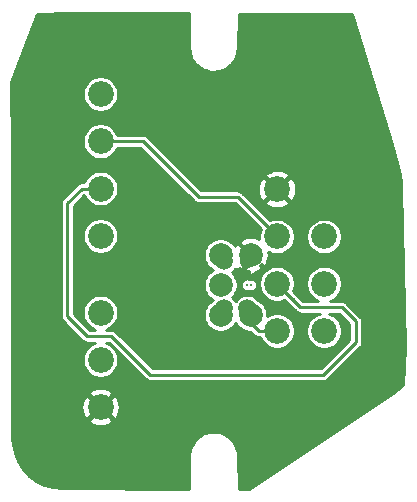
<source format=gbl>
G04 #@! TF.GenerationSoftware,KiCad,Pcbnew,(5.1.5-0-10_14)*
G04 #@! TF.CreationDate,2020-11-03T15:19:47-05:00*
G04 #@! TF.ProjectId,FC_Rear_Port_1P,46435f52-6561-4725-9f50-6f72745f3150,rev?*
G04 #@! TF.SameCoordinates,Original*
G04 #@! TF.FileFunction,Copper,L2,Bot*
G04 #@! TF.FilePolarity,Positive*
%FSLAX46Y46*%
G04 Gerber Fmt 4.6, Leading zero omitted, Abs format (unit mm)*
G04 Created by KiCad (PCBNEW (5.1.5-0-10_14)) date 2020-11-03 15:19:47*
%MOMM*%
%LPD*%
G04 APERTURE LIST*
%ADD10C,1.300000*%
%ADD11C,0.250000*%
%ADD12C,1.500000*%
%ADD13C,2.180000*%
%ADD14C,2.000000*%
%ADD15C,0.800000*%
%ADD16C,0.400000*%
%ADD17C,0.250000*%
G04 APERTURE END LIST*
D10*
X157970000Y-98870000D03*
D11*
X157970000Y-100870000D03*
D12*
X157970000Y-102870000D03*
X155970000Y-102870000D03*
X155970000Y-100870000D03*
X155970000Y-98870000D03*
D13*
X160480000Y-92770000D03*
X160480000Y-96770000D03*
X160480000Y-100770000D03*
X160480000Y-104770000D03*
X164480000Y-104770000D03*
X164480000Y-100770000D03*
X164480000Y-96770000D03*
X145540000Y-84720000D03*
X145540000Y-88720000D03*
X145540000Y-92720000D03*
X145540000Y-96720000D03*
X145540000Y-103220000D03*
X145540000Y-107220000D03*
X145540000Y-111220000D03*
D14*
X158240000Y-98330000D03*
D11*
X158240000Y-100870000D03*
D14*
X158240000Y-103410000D03*
X155700000Y-103410000D03*
X155700000Y-100870000D03*
X155700000Y-98330000D03*
D15*
X157703520Y-92168980D03*
X156921200Y-95001080D03*
X163192460Y-93047820D03*
X165961060Y-93047820D03*
X151157940Y-107147360D03*
X156867860Y-107147360D03*
X162577780Y-107147360D03*
X162577780Y-110048040D03*
X156846270Y-110048040D03*
X151114760Y-110048040D03*
X144129760Y-101173280D03*
X144129760Y-94716600D03*
X141361160Y-94716600D03*
X141361160Y-101173280D03*
X153309320Y-90850720D03*
X149004020Y-86898480D03*
X151465280Y-84701380D03*
X155417520Y-88567260D03*
X153484580Y-104556560D03*
X151597360Y-100647500D03*
X147424140Y-99065080D03*
X148653500Y-93705680D03*
X150982680Y-92125800D03*
X153266140Y-98582480D03*
X170441620Y-97307400D03*
X170484800Y-100779580D03*
X170484800Y-104206040D03*
X167236140Y-111320580D03*
X164378640Y-113210340D03*
X161787840Y-115097560D03*
X138681460Y-94673420D03*
X138595100Y-97967800D03*
X138595100Y-101262180D03*
D16*
X158889238Y-98870000D02*
X157970000Y-98870000D01*
X158240000Y-98330000D02*
X158240000Y-98653060D01*
X158240000Y-98653060D02*
X157896560Y-98996500D01*
X157970000Y-99138960D02*
X157970000Y-98870000D01*
X158023560Y-99766120D02*
X157716220Y-99766120D01*
X157660340Y-99448620D02*
X157970000Y-99138960D01*
X157660340Y-99672140D02*
X157660340Y-99448620D01*
X157596840Y-99885500D02*
X157660340Y-99672140D01*
X157716220Y-99766120D02*
X157596840Y-99885500D01*
X157716220Y-99766120D02*
X157568900Y-99766120D01*
D17*
X153850000Y-93430000D02*
X149140000Y-88720000D01*
X149140000Y-88720000D02*
X145540000Y-88720000D01*
X157140000Y-93430000D02*
X153850000Y-93430000D01*
X160480000Y-96770000D02*
X157140000Y-93430000D01*
X160480000Y-100770000D02*
X161895001Y-102185001D01*
X143940000Y-92720000D02*
X145540000Y-92720000D01*
X142720000Y-93940000D02*
X143940000Y-92720000D01*
X144406960Y-105216960D02*
X142720000Y-103530000D01*
X146466960Y-105216960D02*
X144406960Y-105216960D01*
X149740000Y-108490000D02*
X146466960Y-105216960D01*
X162460000Y-102750000D02*
X165950000Y-102750000D01*
X160480000Y-100770000D02*
X162460000Y-102750000D01*
X167160000Y-105730000D02*
X164400000Y-108490000D01*
X165950000Y-102750000D02*
X167160000Y-103960000D01*
X167160000Y-103960000D02*
X167160000Y-105730000D01*
X142720000Y-103530000D02*
X142720000Y-93940000D01*
X164400000Y-108490000D02*
X149740000Y-108490000D01*
X158240000Y-104071492D02*
X158240000Y-103945001D01*
X158938508Y-104770000D02*
X158240000Y-104071492D01*
X160480000Y-104770000D02*
X158938508Y-104770000D01*
G36*
X153051849Y-80832395D02*
G01*
X153053570Y-80847819D01*
X153054057Y-80852447D01*
X153090143Y-81174165D01*
X153097670Y-81209579D01*
X153104722Y-81245192D01*
X153106374Y-81250528D01*
X153204263Y-81559111D01*
X153218547Y-81592438D01*
X153232360Y-81625950D01*
X153235016Y-81630863D01*
X153390977Y-81914556D01*
X153411475Y-81944492D01*
X153431522Y-81974666D01*
X153435082Y-81978970D01*
X153643176Y-82226967D01*
X153669080Y-82252333D01*
X153694625Y-82278057D01*
X153698953Y-82281587D01*
X153951253Y-82484441D01*
X153981588Y-82504292D01*
X154011644Y-82524565D01*
X154016568Y-82527183D01*
X154016576Y-82527188D01*
X154016584Y-82527191D01*
X154303473Y-82677173D01*
X154337095Y-82690757D01*
X154370508Y-82704803D01*
X154375855Y-82706418D01*
X154686419Y-82797822D01*
X154722035Y-82804616D01*
X154757543Y-82811905D01*
X154763102Y-82812450D01*
X155085505Y-82841792D01*
X155121759Y-82841539D01*
X155158013Y-82841792D01*
X155163572Y-82841247D01*
X155485535Y-82807407D01*
X155521054Y-82800116D01*
X155556661Y-82793323D01*
X155562008Y-82791709D01*
X155871266Y-82695977D01*
X155904659Y-82681940D01*
X155938300Y-82668348D01*
X155943231Y-82665726D01*
X156228006Y-82511749D01*
X156258057Y-82491479D01*
X156288398Y-82471624D01*
X156292726Y-82468094D01*
X156542169Y-82261737D01*
X156567714Y-82236013D01*
X156593618Y-82210647D01*
X156597178Y-82206344D01*
X156801789Y-81955465D01*
X156821847Y-81925276D01*
X156842333Y-81895356D01*
X156844990Y-81890443D01*
X156996976Y-81604601D01*
X157010792Y-81571079D01*
X157025073Y-81537759D01*
X157026725Y-81532424D01*
X157120295Y-81222505D01*
X157127342Y-81186913D01*
X157134874Y-81151479D01*
X157135458Y-81145925D01*
X157166466Y-80829676D01*
X157168203Y-80816151D01*
X157253682Y-77923113D01*
X166852383Y-77917511D01*
X170153733Y-88678064D01*
X170830002Y-91185560D01*
X170990115Y-92201094D01*
X171012174Y-92601513D01*
X171349439Y-106145352D01*
X171169919Y-109321666D01*
X170337557Y-109988844D01*
X158085796Y-118118940D01*
X157227547Y-118118940D01*
X157175990Y-115316938D01*
X157174270Y-115302247D01*
X157148297Y-115022162D01*
X157141874Y-114988799D01*
X157136295Y-114955265D01*
X157134808Y-114949882D01*
X157046423Y-114638470D01*
X157033161Y-114604707D01*
X157020385Y-114570799D01*
X157017881Y-114565807D01*
X156870692Y-114277494D01*
X156851140Y-114246974D01*
X156832007Y-114216170D01*
X156828584Y-114211765D01*
X156828580Y-114211759D01*
X156828576Y-114211754D01*
X156628194Y-113957526D01*
X156603092Y-113931391D01*
X156578335Y-113904884D01*
X156574117Y-113901223D01*
X156328166Y-113690753D01*
X156298467Y-113669992D01*
X156269032Y-113648798D01*
X156264183Y-113646026D01*
X155982036Y-113487336D01*
X155948862Y-113472736D01*
X155915878Y-113457666D01*
X155910583Y-113455889D01*
X155602988Y-113355024D01*
X155567602Y-113347143D01*
X155532327Y-113338769D01*
X155526788Y-113338054D01*
X155205458Y-113298856D01*
X155169196Y-113297998D01*
X155132987Y-113296636D01*
X155127414Y-113297010D01*
X155127412Y-113297010D01*
X154804590Y-113320971D01*
X154768831Y-113327176D01*
X154733066Y-113332870D01*
X154727681Y-113334318D01*
X154727673Y-113334319D01*
X154727666Y-113334322D01*
X154415651Y-113420528D01*
X154381777Y-113433561D01*
X154347800Y-113446093D01*
X154342800Y-113448558D01*
X154342791Y-113448562D01*
X154342783Y-113448567D01*
X154053457Y-113593736D01*
X154022794Y-113613079D01*
X153991866Y-113631991D01*
X153987431Y-113635386D01*
X153731804Y-113833992D01*
X153705452Y-113858951D01*
X153678816Y-113883483D01*
X153675125Y-113887675D01*
X153462943Y-114132151D01*
X153441950Y-114161740D01*
X153420577Y-114190991D01*
X153417771Y-114195820D01*
X153257115Y-114476853D01*
X153242261Y-114509973D01*
X153226984Y-114542802D01*
X153225173Y-114548074D01*
X153225169Y-114548084D01*
X153225167Y-114548093D01*
X153122160Y-114854969D01*
X153114029Y-114890315D01*
X153105412Y-114925515D01*
X153104658Y-114931049D01*
X153067936Y-115215543D01*
X153067158Y-115217955D01*
X153060336Y-115276611D01*
X153010299Y-118115773D01*
X142271367Y-118098650D01*
X141493182Y-118027145D01*
X140759104Y-117820113D01*
X140075044Y-117482773D01*
X139463913Y-117026421D01*
X138946183Y-116466342D01*
X138539186Y-115821291D01*
X138256555Y-115112871D01*
X138106214Y-114357059D01*
X138083208Y-113918076D01*
X138078536Y-112326394D01*
X144539672Y-112326394D01*
X144647829Y-112575565D01*
X144929430Y-112723571D01*
X145234494Y-112813797D01*
X145551298Y-112842773D01*
X145867669Y-112809388D01*
X146171447Y-112714923D01*
X146432171Y-112575565D01*
X146540328Y-112326394D01*
X145540000Y-111326066D01*
X144539672Y-112326394D01*
X138078536Y-112326394D01*
X138075320Y-111231298D01*
X143917227Y-111231298D01*
X143950612Y-111547669D01*
X144045077Y-111851447D01*
X144184435Y-112112171D01*
X144433606Y-112220328D01*
X145433934Y-111220000D01*
X145646066Y-111220000D01*
X146646394Y-112220328D01*
X146895565Y-112112171D01*
X147043571Y-111830570D01*
X147133797Y-111525506D01*
X147162773Y-111208702D01*
X147129388Y-110892331D01*
X147034923Y-110588553D01*
X146895565Y-110327829D01*
X146646394Y-110219672D01*
X145646066Y-111220000D01*
X145433934Y-111220000D01*
X144433606Y-110219672D01*
X144184435Y-110327829D01*
X144036429Y-110609430D01*
X143946203Y-110914494D01*
X143917227Y-111231298D01*
X138075320Y-111231298D01*
X138072039Y-110113606D01*
X144539672Y-110113606D01*
X145540000Y-111113934D01*
X146540328Y-110113606D01*
X146432171Y-109864435D01*
X146150570Y-109716429D01*
X145845506Y-109626203D01*
X145528702Y-109597227D01*
X145212331Y-109630612D01*
X144908553Y-109725077D01*
X144647829Y-109864435D01*
X144539672Y-110113606D01*
X138072039Y-110113606D01*
X138024553Y-93940000D01*
X142167340Y-93940000D01*
X142170001Y-93967018D01*
X142170000Y-103502992D01*
X142167340Y-103530000D01*
X142170000Y-103557008D01*
X142170000Y-103557017D01*
X142177958Y-103637818D01*
X142209408Y-103741493D01*
X142260479Y-103837042D01*
X142329210Y-103920790D01*
X142350196Y-103938013D01*
X143998947Y-105586764D01*
X144016170Y-105607750D01*
X144037156Y-105624973D01*
X144099918Y-105676481D01*
X144195465Y-105727552D01*
X144292601Y-105757018D01*
X144299141Y-105759002D01*
X144379942Y-105766960D01*
X144379949Y-105766960D01*
X144406960Y-105769620D01*
X144433971Y-105766960D01*
X145089064Y-105766960D01*
X144822379Y-105877425D01*
X144574244Y-106043223D01*
X144363223Y-106254244D01*
X144197425Y-106502379D01*
X144083221Y-106778091D01*
X144025000Y-107070786D01*
X144025000Y-107369214D01*
X144083221Y-107661909D01*
X144197425Y-107937621D01*
X144363223Y-108185756D01*
X144574244Y-108396777D01*
X144822379Y-108562575D01*
X145098091Y-108676779D01*
X145390786Y-108735000D01*
X145689214Y-108735000D01*
X145981909Y-108676779D01*
X146257621Y-108562575D01*
X146505756Y-108396777D01*
X146716777Y-108185756D01*
X146882575Y-107937621D01*
X146996779Y-107661909D01*
X147055000Y-107369214D01*
X147055000Y-107070786D01*
X146996779Y-106778091D01*
X146882575Y-106502379D01*
X146716777Y-106254244D01*
X146505756Y-106043223D01*
X146257621Y-105877425D01*
X145990936Y-105766960D01*
X146239143Y-105766960D01*
X149331987Y-108859804D01*
X149349210Y-108880790D01*
X149432958Y-108949521D01*
X149528506Y-109000592D01*
X149632181Y-109032042D01*
X149712982Y-109040000D01*
X149712989Y-109040000D01*
X149740000Y-109042660D01*
X149767011Y-109040000D01*
X164372992Y-109040000D01*
X164400000Y-109042660D01*
X164427008Y-109040000D01*
X164427018Y-109040000D01*
X164507819Y-109032042D01*
X164611494Y-109000592D01*
X164707042Y-108949521D01*
X164790790Y-108880790D01*
X164808013Y-108859804D01*
X167529810Y-106138008D01*
X167550790Y-106120790D01*
X167568008Y-106099810D01*
X167568013Y-106099805D01*
X167619520Y-106037043D01*
X167651529Y-105977158D01*
X167670592Y-105941494D01*
X167702042Y-105837819D01*
X167710000Y-105757018D01*
X167710000Y-105757009D01*
X167712660Y-105730001D01*
X167710000Y-105702993D01*
X167710000Y-103987007D01*
X167712660Y-103959999D01*
X167710000Y-103932991D01*
X167710000Y-103932982D01*
X167702042Y-103852181D01*
X167670592Y-103748506D01*
X167619521Y-103652958D01*
X167610607Y-103642097D01*
X167568013Y-103590195D01*
X167568008Y-103590190D01*
X167550790Y-103569210D01*
X167529810Y-103551992D01*
X166358012Y-102380195D01*
X166340790Y-102359210D01*
X166257042Y-102290479D01*
X166161494Y-102239408D01*
X166057819Y-102207958D01*
X165977018Y-102200000D01*
X165977008Y-102200000D01*
X165950000Y-102197340D01*
X165922992Y-102200000D01*
X164986559Y-102200000D01*
X165197621Y-102112575D01*
X165445756Y-101946777D01*
X165656777Y-101735756D01*
X165822575Y-101487621D01*
X165936779Y-101211909D01*
X165995000Y-100919214D01*
X165995000Y-100620786D01*
X165936779Y-100328091D01*
X165822575Y-100052379D01*
X165656777Y-99804244D01*
X165445756Y-99593223D01*
X165197621Y-99427425D01*
X164921909Y-99313221D01*
X164629214Y-99255000D01*
X164330786Y-99255000D01*
X164038091Y-99313221D01*
X163762379Y-99427425D01*
X163514244Y-99593223D01*
X163303223Y-99804244D01*
X163137425Y-100052379D01*
X163023221Y-100328091D01*
X162965000Y-100620786D01*
X162965000Y-100919214D01*
X163023221Y-101211909D01*
X163137425Y-101487621D01*
X163303223Y-101735756D01*
X163514244Y-101946777D01*
X163762379Y-102112575D01*
X163973441Y-102200000D01*
X162687818Y-102200000D01*
X161867348Y-101379530D01*
X161936779Y-101211909D01*
X161995000Y-100919214D01*
X161995000Y-100620786D01*
X161936779Y-100328091D01*
X161822575Y-100052379D01*
X161656777Y-99804244D01*
X161445756Y-99593223D01*
X161197621Y-99427425D01*
X160921909Y-99313221D01*
X160629214Y-99255000D01*
X160330786Y-99255000D01*
X160038091Y-99313221D01*
X159762379Y-99427425D01*
X159514244Y-99593223D01*
X159303223Y-99804244D01*
X159137425Y-100052379D01*
X159023221Y-100328091D01*
X158965000Y-100620786D01*
X158965000Y-100919214D01*
X159023221Y-101211909D01*
X159137425Y-101487621D01*
X159303223Y-101735756D01*
X159514244Y-101946777D01*
X159762379Y-102112575D01*
X160038091Y-102226779D01*
X160330786Y-102285000D01*
X160629214Y-102285000D01*
X160921909Y-102226779D01*
X161089530Y-102157348D01*
X162051992Y-103119810D01*
X162069210Y-103140790D01*
X162090190Y-103158008D01*
X162090195Y-103158013D01*
X162152958Y-103209521D01*
X162248505Y-103260592D01*
X162272635Y-103267912D01*
X162352181Y-103292042D01*
X162432982Y-103300000D01*
X162432992Y-103300000D01*
X162460000Y-103302660D01*
X162487008Y-103300000D01*
X164104557Y-103300000D01*
X164038091Y-103313221D01*
X163762379Y-103427425D01*
X163514244Y-103593223D01*
X163303223Y-103804244D01*
X163137425Y-104052379D01*
X163023221Y-104328091D01*
X162965000Y-104620786D01*
X162965000Y-104919214D01*
X163023221Y-105211909D01*
X163137425Y-105487621D01*
X163303223Y-105735756D01*
X163514244Y-105946777D01*
X163762379Y-106112575D01*
X164038091Y-106226779D01*
X164330786Y-106285000D01*
X164629214Y-106285000D01*
X164921909Y-106226779D01*
X165197621Y-106112575D01*
X165445756Y-105946777D01*
X165656777Y-105735756D01*
X165822575Y-105487621D01*
X165936779Y-105211909D01*
X165995000Y-104919214D01*
X165995000Y-104620786D01*
X165936779Y-104328091D01*
X165822575Y-104052379D01*
X165656777Y-103804244D01*
X165445756Y-103593223D01*
X165197621Y-103427425D01*
X164921909Y-103313221D01*
X164855443Y-103300000D01*
X165722183Y-103300000D01*
X166610000Y-104187818D01*
X166610001Y-105502181D01*
X164172183Y-107940000D01*
X149967817Y-107940000D01*
X146874973Y-104847156D01*
X146857750Y-104826170D01*
X146774002Y-104757439D01*
X146678454Y-104706368D01*
X146574779Y-104674918D01*
X146493978Y-104666960D01*
X146493968Y-104666960D01*
X146466960Y-104664300D01*
X146439952Y-104666960D01*
X146005614Y-104666960D01*
X146257621Y-104562575D01*
X146505756Y-104396777D01*
X146716777Y-104185756D01*
X146882575Y-103937621D01*
X146996779Y-103661909D01*
X147055000Y-103369214D01*
X147055000Y-103070786D01*
X146996779Y-102778091D01*
X146882575Y-102502379D01*
X146716777Y-102254244D01*
X146505756Y-102043223D01*
X146257621Y-101877425D01*
X145981909Y-101763221D01*
X145689214Y-101705000D01*
X145390786Y-101705000D01*
X145098091Y-101763221D01*
X144822379Y-101877425D01*
X144574244Y-102043223D01*
X144363223Y-102254244D01*
X144197425Y-102502379D01*
X144083221Y-102778091D01*
X144025000Y-103070786D01*
X144025000Y-103369214D01*
X144083221Y-103661909D01*
X144197425Y-103937621D01*
X144363223Y-104185756D01*
X144574244Y-104396777D01*
X144822379Y-104562575D01*
X145074386Y-104666960D01*
X144634777Y-104666960D01*
X143270000Y-103302183D01*
X143270000Y-96570786D01*
X144025000Y-96570786D01*
X144025000Y-96869214D01*
X144083221Y-97161909D01*
X144197425Y-97437621D01*
X144363223Y-97685756D01*
X144574244Y-97896777D01*
X144822379Y-98062575D01*
X145098091Y-98176779D01*
X145390786Y-98235000D01*
X145689214Y-98235000D01*
X145981909Y-98176779D01*
X146257621Y-98062575D01*
X146505756Y-97896777D01*
X146716777Y-97685756D01*
X146882575Y-97437621D01*
X146996779Y-97161909D01*
X147055000Y-96869214D01*
X147055000Y-96570786D01*
X146996779Y-96278091D01*
X146882575Y-96002379D01*
X146716777Y-95754244D01*
X146505756Y-95543223D01*
X146257621Y-95377425D01*
X145981909Y-95263221D01*
X145689214Y-95205000D01*
X145390786Y-95205000D01*
X145098091Y-95263221D01*
X144822379Y-95377425D01*
X144574244Y-95543223D01*
X144363223Y-95754244D01*
X144197425Y-96002379D01*
X144083221Y-96278091D01*
X144025000Y-96570786D01*
X143270000Y-96570786D01*
X143270000Y-94167817D01*
X144139658Y-93298159D01*
X144197425Y-93437621D01*
X144363223Y-93685756D01*
X144574244Y-93896777D01*
X144822379Y-94062575D01*
X145098091Y-94176779D01*
X145390786Y-94235000D01*
X145689214Y-94235000D01*
X145981909Y-94176779D01*
X146257621Y-94062575D01*
X146505756Y-93896777D01*
X146716777Y-93685756D01*
X146882575Y-93437621D01*
X146996779Y-93161909D01*
X147055000Y-92869214D01*
X147055000Y-92570786D01*
X146996779Y-92278091D01*
X146882575Y-92002379D01*
X146716777Y-91754244D01*
X146505756Y-91543223D01*
X146257621Y-91377425D01*
X145981909Y-91263221D01*
X145689214Y-91205000D01*
X145390786Y-91205000D01*
X145098091Y-91263221D01*
X144822379Y-91377425D01*
X144574244Y-91543223D01*
X144363223Y-91754244D01*
X144197425Y-92002379D01*
X144127994Y-92170000D01*
X143967011Y-92170000D01*
X143940000Y-92167340D01*
X143912989Y-92170000D01*
X143912982Y-92170000D01*
X143832181Y-92177958D01*
X143728506Y-92209408D01*
X143632958Y-92260479D01*
X143549210Y-92329210D01*
X143531987Y-92350196D01*
X142350191Y-93531992D01*
X142329211Y-93549210D01*
X142311993Y-93570190D01*
X142311987Y-93570196D01*
X142260479Y-93632958D01*
X142255917Y-93641494D01*
X142209409Y-93728506D01*
X142181415Y-93820790D01*
X142177959Y-93832182D01*
X142167340Y-93940000D01*
X138024553Y-93940000D01*
X138008790Y-88570786D01*
X144025000Y-88570786D01*
X144025000Y-88869214D01*
X144083221Y-89161909D01*
X144197425Y-89437621D01*
X144363223Y-89685756D01*
X144574244Y-89896777D01*
X144822379Y-90062575D01*
X145098091Y-90176779D01*
X145390786Y-90235000D01*
X145689214Y-90235000D01*
X145981909Y-90176779D01*
X146257621Y-90062575D01*
X146505756Y-89896777D01*
X146716777Y-89685756D01*
X146882575Y-89437621D01*
X146952006Y-89270000D01*
X148912183Y-89270000D01*
X153441992Y-93799810D01*
X153459210Y-93820790D01*
X153480190Y-93838008D01*
X153480195Y-93838013D01*
X153526963Y-93876394D01*
X153542958Y-93889521D01*
X153638506Y-93940592D01*
X153742181Y-93972042D01*
X153822982Y-93980000D01*
X153822992Y-93980000D01*
X153850000Y-93982660D01*
X153877008Y-93980000D01*
X156912183Y-93980000D01*
X159092652Y-96160470D01*
X159023221Y-96328091D01*
X158965000Y-96620786D01*
X158965000Y-96919214D01*
X158980309Y-96996176D01*
X158812667Y-96908648D01*
X158524371Y-96824237D01*
X158225147Y-96797692D01*
X157926494Y-96830033D01*
X157639889Y-96920016D01*
X157401045Y-97047681D01*
X157303706Y-97287640D01*
X157731549Y-97715483D01*
X157711596Y-97717939D01*
X157568956Y-97765022D01*
X157197640Y-97393706D01*
X156957681Y-97491045D01*
X156911878Y-97578771D01*
X156806870Y-97421615D01*
X156608385Y-97223130D01*
X156374991Y-97067181D01*
X156115657Y-96959762D01*
X155840350Y-96905000D01*
X155559650Y-96905000D01*
X155284343Y-96959762D01*
X155025009Y-97067181D01*
X154791615Y-97223130D01*
X154593130Y-97421615D01*
X154437181Y-97655009D01*
X154329762Y-97914343D01*
X154275000Y-98189650D01*
X154275000Y-98470350D01*
X154329762Y-98745657D01*
X154437181Y-99004991D01*
X154593130Y-99238385D01*
X154791615Y-99436870D01*
X155025009Y-99592819D01*
X155042346Y-99600000D01*
X155025009Y-99607181D01*
X154791615Y-99763130D01*
X154593130Y-99961615D01*
X154437181Y-100195009D01*
X154329762Y-100454343D01*
X154275000Y-100729650D01*
X154275000Y-101010350D01*
X154329762Y-101285657D01*
X154437181Y-101544991D01*
X154593130Y-101778385D01*
X154791615Y-101976870D01*
X155025009Y-102132819D01*
X155042346Y-102140000D01*
X155025009Y-102147181D01*
X154791615Y-102303130D01*
X154593130Y-102501615D01*
X154437181Y-102735009D01*
X154329762Y-102994343D01*
X154275000Y-103269650D01*
X154275000Y-103550350D01*
X154329762Y-103825657D01*
X154437181Y-104084991D01*
X154593130Y-104318385D01*
X154791615Y-104516870D01*
X155025009Y-104672819D01*
X155284343Y-104780238D01*
X155559650Y-104835000D01*
X155840350Y-104835000D01*
X156115657Y-104780238D01*
X156374991Y-104672819D01*
X156608385Y-104516870D01*
X156806870Y-104318385D01*
X156962819Y-104084991D01*
X156970000Y-104067654D01*
X156977181Y-104084991D01*
X157133130Y-104318385D01*
X157331615Y-104516870D01*
X157565009Y-104672819D01*
X157824343Y-104780238D01*
X158099650Y-104835000D01*
X158225691Y-104835000D01*
X158530495Y-105139804D01*
X158547718Y-105160790D01*
X158631466Y-105229521D01*
X158727014Y-105280592D01*
X158830689Y-105312042D01*
X158911490Y-105320000D01*
X158911499Y-105320000D01*
X158938507Y-105322660D01*
X158965515Y-105320000D01*
X159067994Y-105320000D01*
X159137425Y-105487621D01*
X159303223Y-105735756D01*
X159514244Y-105946777D01*
X159762379Y-106112575D01*
X160038091Y-106226779D01*
X160330786Y-106285000D01*
X160629214Y-106285000D01*
X160921909Y-106226779D01*
X161197621Y-106112575D01*
X161445756Y-105946777D01*
X161656777Y-105735756D01*
X161822575Y-105487621D01*
X161936779Y-105211909D01*
X161995000Y-104919214D01*
X161995000Y-104620786D01*
X161936779Y-104328091D01*
X161822575Y-104052379D01*
X161656777Y-103804244D01*
X161445756Y-103593223D01*
X161197621Y-103427425D01*
X160921909Y-103313221D01*
X160629214Y-103255000D01*
X160330786Y-103255000D01*
X160038091Y-103313221D01*
X159762379Y-103427425D01*
X159665000Y-103492491D01*
X159665000Y-103269650D01*
X159610238Y-102994343D01*
X159502819Y-102735009D01*
X159346870Y-102501615D01*
X159148385Y-102303130D01*
X158914991Y-102147181D01*
X158894523Y-102138703D01*
X158882682Y-102120981D01*
X158719019Y-101957318D01*
X158526571Y-101828729D01*
X158312735Y-101740155D01*
X158085727Y-101695000D01*
X157854273Y-101695000D01*
X157627265Y-101740155D01*
X157413429Y-101828729D01*
X157220981Y-101957318D01*
X157057318Y-102120981D01*
X156970000Y-102251662D01*
X156882682Y-102120981D01*
X156719019Y-101957318D01*
X156664419Y-101920836D01*
X156806870Y-101778385D01*
X156962819Y-101544991D01*
X157070238Y-101285657D01*
X157070791Y-101282878D01*
X157099845Y-101212735D01*
X157145000Y-100985727D01*
X157145000Y-100815830D01*
X157420000Y-100815830D01*
X157420000Y-100924170D01*
X157441136Y-101030429D01*
X157482597Y-101130523D01*
X157542787Y-101220604D01*
X157619396Y-101297213D01*
X157709477Y-101357403D01*
X157809571Y-101398864D01*
X157915830Y-101420000D01*
X158024170Y-101420000D01*
X158105000Y-101403922D01*
X158185830Y-101420000D01*
X158294170Y-101420000D01*
X158400429Y-101398864D01*
X158500523Y-101357403D01*
X158590604Y-101297213D01*
X158667213Y-101220604D01*
X158727403Y-101130523D01*
X158768864Y-101030429D01*
X158790000Y-100924170D01*
X158790000Y-100815830D01*
X158768864Y-100709571D01*
X158727403Y-100609477D01*
X158667213Y-100519396D01*
X158590604Y-100442787D01*
X158500523Y-100382597D01*
X158400429Y-100341136D01*
X158294170Y-100320000D01*
X158185830Y-100320000D01*
X158105000Y-100336078D01*
X158024170Y-100320000D01*
X157915830Y-100320000D01*
X157809571Y-100341136D01*
X157709477Y-100382597D01*
X157619396Y-100442787D01*
X157542787Y-100519396D01*
X157482597Y-100609477D01*
X157441136Y-100709571D01*
X157420000Y-100815830D01*
X157145000Y-100815830D01*
X157145000Y-100754273D01*
X157099845Y-100527265D01*
X157070791Y-100457122D01*
X157070238Y-100454343D01*
X156962819Y-100195009D01*
X156806870Y-99961615D01*
X156664419Y-99819164D01*
X156719019Y-99782682D01*
X156882682Y-99619019D01*
X156967441Y-99492167D01*
X156972650Y-99501912D01*
X157176802Y-99557132D01*
X157320406Y-99413528D01*
X157381624Y-99564442D01*
X157282868Y-99663198D01*
X157338088Y-99867350D01*
X157544804Y-99971466D01*
X157767859Y-100033253D01*
X157998683Y-100050337D01*
X158228404Y-100022061D01*
X158448194Y-99949512D01*
X158601912Y-99867350D01*
X158617454Y-99809890D01*
X158840111Y-99739984D01*
X159078955Y-99612319D01*
X159176294Y-99372360D01*
X159077467Y-99273533D01*
X159123482Y-99107416D01*
X159282360Y-99266294D01*
X159522319Y-99168955D01*
X159661352Y-98902667D01*
X159745763Y-98614371D01*
X159772308Y-98315147D01*
X159749435Y-98103926D01*
X159762379Y-98112575D01*
X160038091Y-98226779D01*
X160330786Y-98285000D01*
X160629214Y-98285000D01*
X160921909Y-98226779D01*
X161197621Y-98112575D01*
X161445756Y-97946777D01*
X161656777Y-97735756D01*
X161822575Y-97487621D01*
X161936779Y-97211909D01*
X161995000Y-96919214D01*
X161995000Y-96620786D01*
X162965000Y-96620786D01*
X162965000Y-96919214D01*
X163023221Y-97211909D01*
X163137425Y-97487621D01*
X163303223Y-97735756D01*
X163514244Y-97946777D01*
X163762379Y-98112575D01*
X164038091Y-98226779D01*
X164330786Y-98285000D01*
X164629214Y-98285000D01*
X164921909Y-98226779D01*
X165197621Y-98112575D01*
X165445756Y-97946777D01*
X165656777Y-97735756D01*
X165822575Y-97487621D01*
X165936779Y-97211909D01*
X165995000Y-96919214D01*
X165995000Y-96620786D01*
X165936779Y-96328091D01*
X165822575Y-96052379D01*
X165656777Y-95804244D01*
X165445756Y-95593223D01*
X165197621Y-95427425D01*
X164921909Y-95313221D01*
X164629214Y-95255000D01*
X164330786Y-95255000D01*
X164038091Y-95313221D01*
X163762379Y-95427425D01*
X163514244Y-95593223D01*
X163303223Y-95804244D01*
X163137425Y-96052379D01*
X163023221Y-96328091D01*
X162965000Y-96620786D01*
X161995000Y-96620786D01*
X161936779Y-96328091D01*
X161822575Y-96052379D01*
X161656777Y-95804244D01*
X161445756Y-95593223D01*
X161197621Y-95427425D01*
X160921909Y-95313221D01*
X160629214Y-95255000D01*
X160330786Y-95255000D01*
X160038091Y-95313221D01*
X159870470Y-95382652D01*
X158364212Y-93876394D01*
X159479672Y-93876394D01*
X159587829Y-94125565D01*
X159869430Y-94273571D01*
X160174494Y-94363797D01*
X160491298Y-94392773D01*
X160807669Y-94359388D01*
X161111447Y-94264923D01*
X161372171Y-94125565D01*
X161480328Y-93876394D01*
X160480000Y-92876066D01*
X159479672Y-93876394D01*
X158364212Y-93876394D01*
X157548012Y-93060195D01*
X157530790Y-93039210D01*
X157447042Y-92970479D01*
X157351494Y-92919408D01*
X157247819Y-92887958D01*
X157167018Y-92880000D01*
X157167008Y-92880000D01*
X157140000Y-92877340D01*
X157112992Y-92880000D01*
X154077818Y-92880000D01*
X153979116Y-92781298D01*
X158857227Y-92781298D01*
X158890612Y-93097669D01*
X158985077Y-93401447D01*
X159124435Y-93662171D01*
X159373606Y-93770328D01*
X160373934Y-92770000D01*
X160586066Y-92770000D01*
X161586394Y-93770328D01*
X161835565Y-93662171D01*
X161983571Y-93380570D01*
X162073797Y-93075506D01*
X162102773Y-92758702D01*
X162069388Y-92442331D01*
X161974923Y-92138553D01*
X161835565Y-91877829D01*
X161586394Y-91769672D01*
X160586066Y-92770000D01*
X160373934Y-92770000D01*
X159373606Y-91769672D01*
X159124435Y-91877829D01*
X158976429Y-92159430D01*
X158886203Y-92464494D01*
X158857227Y-92781298D01*
X153979116Y-92781298D01*
X152861424Y-91663606D01*
X159479672Y-91663606D01*
X160480000Y-92663934D01*
X161480328Y-91663606D01*
X161372171Y-91414435D01*
X161090570Y-91266429D01*
X160785506Y-91176203D01*
X160468702Y-91147227D01*
X160152331Y-91180612D01*
X159848553Y-91275077D01*
X159587829Y-91414435D01*
X159479672Y-91663606D01*
X152861424Y-91663606D01*
X149548013Y-88350196D01*
X149530790Y-88329210D01*
X149447042Y-88260479D01*
X149351494Y-88209408D01*
X149247819Y-88177958D01*
X149167018Y-88170000D01*
X149167008Y-88170000D01*
X149140000Y-88167340D01*
X149112992Y-88170000D01*
X146952006Y-88170000D01*
X146882575Y-88002379D01*
X146716777Y-87754244D01*
X146505756Y-87543223D01*
X146257621Y-87377425D01*
X145981909Y-87263221D01*
X145689214Y-87205000D01*
X145390786Y-87205000D01*
X145098091Y-87263221D01*
X144822379Y-87377425D01*
X144574244Y-87543223D01*
X144363223Y-87754244D01*
X144197425Y-88002379D01*
X144083221Y-88278091D01*
X144025000Y-88570786D01*
X138008790Y-88570786D01*
X137997046Y-84570786D01*
X144025000Y-84570786D01*
X144025000Y-84869214D01*
X144083221Y-85161909D01*
X144197425Y-85437621D01*
X144363223Y-85685756D01*
X144574244Y-85896777D01*
X144822379Y-86062575D01*
X145098091Y-86176779D01*
X145390786Y-86235000D01*
X145689214Y-86235000D01*
X145981909Y-86176779D01*
X146257621Y-86062575D01*
X146505756Y-85896777D01*
X146716777Y-85685756D01*
X146882575Y-85437621D01*
X146996779Y-85161909D01*
X147055000Y-84869214D01*
X147055000Y-84570786D01*
X146996779Y-84278091D01*
X146882575Y-84002379D01*
X146716777Y-83754244D01*
X146505756Y-83543223D01*
X146257621Y-83377425D01*
X145981909Y-83263221D01*
X145689214Y-83205000D01*
X145390786Y-83205000D01*
X145098091Y-83263221D01*
X144822379Y-83377425D01*
X144574244Y-83543223D01*
X144363223Y-83754244D01*
X144197425Y-84002379D01*
X144083221Y-84278091D01*
X144025000Y-84570786D01*
X137997046Y-84570786D01*
X137994543Y-83718574D01*
X139529911Y-79422041D01*
X140140010Y-77941304D01*
X142911938Y-77890316D01*
X153013542Y-77880541D01*
X153051849Y-80832395D01*
G37*
X153051849Y-80832395D02*
X153053570Y-80847819D01*
X153054057Y-80852447D01*
X153090143Y-81174165D01*
X153097670Y-81209579D01*
X153104722Y-81245192D01*
X153106374Y-81250528D01*
X153204263Y-81559111D01*
X153218547Y-81592438D01*
X153232360Y-81625950D01*
X153235016Y-81630863D01*
X153390977Y-81914556D01*
X153411475Y-81944492D01*
X153431522Y-81974666D01*
X153435082Y-81978970D01*
X153643176Y-82226967D01*
X153669080Y-82252333D01*
X153694625Y-82278057D01*
X153698953Y-82281587D01*
X153951253Y-82484441D01*
X153981588Y-82504292D01*
X154011644Y-82524565D01*
X154016568Y-82527183D01*
X154016576Y-82527188D01*
X154016584Y-82527191D01*
X154303473Y-82677173D01*
X154337095Y-82690757D01*
X154370508Y-82704803D01*
X154375855Y-82706418D01*
X154686419Y-82797822D01*
X154722035Y-82804616D01*
X154757543Y-82811905D01*
X154763102Y-82812450D01*
X155085505Y-82841792D01*
X155121759Y-82841539D01*
X155158013Y-82841792D01*
X155163572Y-82841247D01*
X155485535Y-82807407D01*
X155521054Y-82800116D01*
X155556661Y-82793323D01*
X155562008Y-82791709D01*
X155871266Y-82695977D01*
X155904659Y-82681940D01*
X155938300Y-82668348D01*
X155943231Y-82665726D01*
X156228006Y-82511749D01*
X156258057Y-82491479D01*
X156288398Y-82471624D01*
X156292726Y-82468094D01*
X156542169Y-82261737D01*
X156567714Y-82236013D01*
X156593618Y-82210647D01*
X156597178Y-82206344D01*
X156801789Y-81955465D01*
X156821847Y-81925276D01*
X156842333Y-81895356D01*
X156844990Y-81890443D01*
X156996976Y-81604601D01*
X157010792Y-81571079D01*
X157025073Y-81537759D01*
X157026725Y-81532424D01*
X157120295Y-81222505D01*
X157127342Y-81186913D01*
X157134874Y-81151479D01*
X157135458Y-81145925D01*
X157166466Y-80829676D01*
X157168203Y-80816151D01*
X157253682Y-77923113D01*
X166852383Y-77917511D01*
X170153733Y-88678064D01*
X170830002Y-91185560D01*
X170990115Y-92201094D01*
X171012174Y-92601513D01*
X171349439Y-106145352D01*
X171169919Y-109321666D01*
X170337557Y-109988844D01*
X158085796Y-118118940D01*
X157227547Y-118118940D01*
X157175990Y-115316938D01*
X157174270Y-115302247D01*
X157148297Y-115022162D01*
X157141874Y-114988799D01*
X157136295Y-114955265D01*
X157134808Y-114949882D01*
X157046423Y-114638470D01*
X157033161Y-114604707D01*
X157020385Y-114570799D01*
X157017881Y-114565807D01*
X156870692Y-114277494D01*
X156851140Y-114246974D01*
X156832007Y-114216170D01*
X156828584Y-114211765D01*
X156828580Y-114211759D01*
X156828576Y-114211754D01*
X156628194Y-113957526D01*
X156603092Y-113931391D01*
X156578335Y-113904884D01*
X156574117Y-113901223D01*
X156328166Y-113690753D01*
X156298467Y-113669992D01*
X156269032Y-113648798D01*
X156264183Y-113646026D01*
X155982036Y-113487336D01*
X155948862Y-113472736D01*
X155915878Y-113457666D01*
X155910583Y-113455889D01*
X155602988Y-113355024D01*
X155567602Y-113347143D01*
X155532327Y-113338769D01*
X155526788Y-113338054D01*
X155205458Y-113298856D01*
X155169196Y-113297998D01*
X155132987Y-113296636D01*
X155127414Y-113297010D01*
X155127412Y-113297010D01*
X154804590Y-113320971D01*
X154768831Y-113327176D01*
X154733066Y-113332870D01*
X154727681Y-113334318D01*
X154727673Y-113334319D01*
X154727666Y-113334322D01*
X154415651Y-113420528D01*
X154381777Y-113433561D01*
X154347800Y-113446093D01*
X154342800Y-113448558D01*
X154342791Y-113448562D01*
X154342783Y-113448567D01*
X154053457Y-113593736D01*
X154022794Y-113613079D01*
X153991866Y-113631991D01*
X153987431Y-113635386D01*
X153731804Y-113833992D01*
X153705452Y-113858951D01*
X153678816Y-113883483D01*
X153675125Y-113887675D01*
X153462943Y-114132151D01*
X153441950Y-114161740D01*
X153420577Y-114190991D01*
X153417771Y-114195820D01*
X153257115Y-114476853D01*
X153242261Y-114509973D01*
X153226984Y-114542802D01*
X153225173Y-114548074D01*
X153225169Y-114548084D01*
X153225167Y-114548093D01*
X153122160Y-114854969D01*
X153114029Y-114890315D01*
X153105412Y-114925515D01*
X153104658Y-114931049D01*
X153067936Y-115215543D01*
X153067158Y-115217955D01*
X153060336Y-115276611D01*
X153010299Y-118115773D01*
X142271367Y-118098650D01*
X141493182Y-118027145D01*
X140759104Y-117820113D01*
X140075044Y-117482773D01*
X139463913Y-117026421D01*
X138946183Y-116466342D01*
X138539186Y-115821291D01*
X138256555Y-115112871D01*
X138106214Y-114357059D01*
X138083208Y-113918076D01*
X138078536Y-112326394D01*
X144539672Y-112326394D01*
X144647829Y-112575565D01*
X144929430Y-112723571D01*
X145234494Y-112813797D01*
X145551298Y-112842773D01*
X145867669Y-112809388D01*
X146171447Y-112714923D01*
X146432171Y-112575565D01*
X146540328Y-112326394D01*
X145540000Y-111326066D01*
X144539672Y-112326394D01*
X138078536Y-112326394D01*
X138075320Y-111231298D01*
X143917227Y-111231298D01*
X143950612Y-111547669D01*
X144045077Y-111851447D01*
X144184435Y-112112171D01*
X144433606Y-112220328D01*
X145433934Y-111220000D01*
X145646066Y-111220000D01*
X146646394Y-112220328D01*
X146895565Y-112112171D01*
X147043571Y-111830570D01*
X147133797Y-111525506D01*
X147162773Y-111208702D01*
X147129388Y-110892331D01*
X147034923Y-110588553D01*
X146895565Y-110327829D01*
X146646394Y-110219672D01*
X145646066Y-111220000D01*
X145433934Y-111220000D01*
X144433606Y-110219672D01*
X144184435Y-110327829D01*
X144036429Y-110609430D01*
X143946203Y-110914494D01*
X143917227Y-111231298D01*
X138075320Y-111231298D01*
X138072039Y-110113606D01*
X144539672Y-110113606D01*
X145540000Y-111113934D01*
X146540328Y-110113606D01*
X146432171Y-109864435D01*
X146150570Y-109716429D01*
X145845506Y-109626203D01*
X145528702Y-109597227D01*
X145212331Y-109630612D01*
X144908553Y-109725077D01*
X144647829Y-109864435D01*
X144539672Y-110113606D01*
X138072039Y-110113606D01*
X138024553Y-93940000D01*
X142167340Y-93940000D01*
X142170001Y-93967018D01*
X142170000Y-103502992D01*
X142167340Y-103530000D01*
X142170000Y-103557008D01*
X142170000Y-103557017D01*
X142177958Y-103637818D01*
X142209408Y-103741493D01*
X142260479Y-103837042D01*
X142329210Y-103920790D01*
X142350196Y-103938013D01*
X143998947Y-105586764D01*
X144016170Y-105607750D01*
X144037156Y-105624973D01*
X144099918Y-105676481D01*
X144195465Y-105727552D01*
X144292601Y-105757018D01*
X144299141Y-105759002D01*
X144379942Y-105766960D01*
X144379949Y-105766960D01*
X144406960Y-105769620D01*
X144433971Y-105766960D01*
X145089064Y-105766960D01*
X144822379Y-105877425D01*
X144574244Y-106043223D01*
X144363223Y-106254244D01*
X144197425Y-106502379D01*
X144083221Y-106778091D01*
X144025000Y-107070786D01*
X144025000Y-107369214D01*
X144083221Y-107661909D01*
X144197425Y-107937621D01*
X144363223Y-108185756D01*
X144574244Y-108396777D01*
X144822379Y-108562575D01*
X145098091Y-108676779D01*
X145390786Y-108735000D01*
X145689214Y-108735000D01*
X145981909Y-108676779D01*
X146257621Y-108562575D01*
X146505756Y-108396777D01*
X146716777Y-108185756D01*
X146882575Y-107937621D01*
X146996779Y-107661909D01*
X147055000Y-107369214D01*
X147055000Y-107070786D01*
X146996779Y-106778091D01*
X146882575Y-106502379D01*
X146716777Y-106254244D01*
X146505756Y-106043223D01*
X146257621Y-105877425D01*
X145990936Y-105766960D01*
X146239143Y-105766960D01*
X149331987Y-108859804D01*
X149349210Y-108880790D01*
X149432958Y-108949521D01*
X149528506Y-109000592D01*
X149632181Y-109032042D01*
X149712982Y-109040000D01*
X149712989Y-109040000D01*
X149740000Y-109042660D01*
X149767011Y-109040000D01*
X164372992Y-109040000D01*
X164400000Y-109042660D01*
X164427008Y-109040000D01*
X164427018Y-109040000D01*
X164507819Y-109032042D01*
X164611494Y-109000592D01*
X164707042Y-108949521D01*
X164790790Y-108880790D01*
X164808013Y-108859804D01*
X167529810Y-106138008D01*
X167550790Y-106120790D01*
X167568008Y-106099810D01*
X167568013Y-106099805D01*
X167619520Y-106037043D01*
X167651529Y-105977158D01*
X167670592Y-105941494D01*
X167702042Y-105837819D01*
X167710000Y-105757018D01*
X167710000Y-105757009D01*
X167712660Y-105730001D01*
X167710000Y-105702993D01*
X167710000Y-103987007D01*
X167712660Y-103959999D01*
X167710000Y-103932991D01*
X167710000Y-103932982D01*
X167702042Y-103852181D01*
X167670592Y-103748506D01*
X167619521Y-103652958D01*
X167610607Y-103642097D01*
X167568013Y-103590195D01*
X167568008Y-103590190D01*
X167550790Y-103569210D01*
X167529810Y-103551992D01*
X166358012Y-102380195D01*
X166340790Y-102359210D01*
X166257042Y-102290479D01*
X166161494Y-102239408D01*
X166057819Y-102207958D01*
X165977018Y-102200000D01*
X165977008Y-102200000D01*
X165950000Y-102197340D01*
X165922992Y-102200000D01*
X164986559Y-102200000D01*
X165197621Y-102112575D01*
X165445756Y-101946777D01*
X165656777Y-101735756D01*
X165822575Y-101487621D01*
X165936779Y-101211909D01*
X165995000Y-100919214D01*
X165995000Y-100620786D01*
X165936779Y-100328091D01*
X165822575Y-100052379D01*
X165656777Y-99804244D01*
X165445756Y-99593223D01*
X165197621Y-99427425D01*
X164921909Y-99313221D01*
X164629214Y-99255000D01*
X164330786Y-99255000D01*
X164038091Y-99313221D01*
X163762379Y-99427425D01*
X163514244Y-99593223D01*
X163303223Y-99804244D01*
X163137425Y-100052379D01*
X163023221Y-100328091D01*
X162965000Y-100620786D01*
X162965000Y-100919214D01*
X163023221Y-101211909D01*
X163137425Y-101487621D01*
X163303223Y-101735756D01*
X163514244Y-101946777D01*
X163762379Y-102112575D01*
X163973441Y-102200000D01*
X162687818Y-102200000D01*
X161867348Y-101379530D01*
X161936779Y-101211909D01*
X161995000Y-100919214D01*
X161995000Y-100620786D01*
X161936779Y-100328091D01*
X161822575Y-100052379D01*
X161656777Y-99804244D01*
X161445756Y-99593223D01*
X161197621Y-99427425D01*
X160921909Y-99313221D01*
X160629214Y-99255000D01*
X160330786Y-99255000D01*
X160038091Y-99313221D01*
X159762379Y-99427425D01*
X159514244Y-99593223D01*
X159303223Y-99804244D01*
X159137425Y-100052379D01*
X159023221Y-100328091D01*
X158965000Y-100620786D01*
X158965000Y-100919214D01*
X159023221Y-101211909D01*
X159137425Y-101487621D01*
X159303223Y-101735756D01*
X159514244Y-101946777D01*
X159762379Y-102112575D01*
X160038091Y-102226779D01*
X160330786Y-102285000D01*
X160629214Y-102285000D01*
X160921909Y-102226779D01*
X161089530Y-102157348D01*
X162051992Y-103119810D01*
X162069210Y-103140790D01*
X162090190Y-103158008D01*
X162090195Y-103158013D01*
X162152958Y-103209521D01*
X162248505Y-103260592D01*
X162272635Y-103267912D01*
X162352181Y-103292042D01*
X162432982Y-103300000D01*
X162432992Y-103300000D01*
X162460000Y-103302660D01*
X162487008Y-103300000D01*
X164104557Y-103300000D01*
X164038091Y-103313221D01*
X163762379Y-103427425D01*
X163514244Y-103593223D01*
X163303223Y-103804244D01*
X163137425Y-104052379D01*
X163023221Y-104328091D01*
X162965000Y-104620786D01*
X162965000Y-104919214D01*
X163023221Y-105211909D01*
X163137425Y-105487621D01*
X163303223Y-105735756D01*
X163514244Y-105946777D01*
X163762379Y-106112575D01*
X164038091Y-106226779D01*
X164330786Y-106285000D01*
X164629214Y-106285000D01*
X164921909Y-106226779D01*
X165197621Y-106112575D01*
X165445756Y-105946777D01*
X165656777Y-105735756D01*
X165822575Y-105487621D01*
X165936779Y-105211909D01*
X165995000Y-104919214D01*
X165995000Y-104620786D01*
X165936779Y-104328091D01*
X165822575Y-104052379D01*
X165656777Y-103804244D01*
X165445756Y-103593223D01*
X165197621Y-103427425D01*
X164921909Y-103313221D01*
X164855443Y-103300000D01*
X165722183Y-103300000D01*
X166610000Y-104187818D01*
X166610001Y-105502181D01*
X164172183Y-107940000D01*
X149967817Y-107940000D01*
X146874973Y-104847156D01*
X146857750Y-104826170D01*
X146774002Y-104757439D01*
X146678454Y-104706368D01*
X146574779Y-104674918D01*
X146493978Y-104666960D01*
X146493968Y-104666960D01*
X146466960Y-104664300D01*
X146439952Y-104666960D01*
X146005614Y-104666960D01*
X146257621Y-104562575D01*
X146505756Y-104396777D01*
X146716777Y-104185756D01*
X146882575Y-103937621D01*
X146996779Y-103661909D01*
X147055000Y-103369214D01*
X147055000Y-103070786D01*
X146996779Y-102778091D01*
X146882575Y-102502379D01*
X146716777Y-102254244D01*
X146505756Y-102043223D01*
X146257621Y-101877425D01*
X145981909Y-101763221D01*
X145689214Y-101705000D01*
X145390786Y-101705000D01*
X145098091Y-101763221D01*
X144822379Y-101877425D01*
X144574244Y-102043223D01*
X144363223Y-102254244D01*
X144197425Y-102502379D01*
X144083221Y-102778091D01*
X144025000Y-103070786D01*
X144025000Y-103369214D01*
X144083221Y-103661909D01*
X144197425Y-103937621D01*
X144363223Y-104185756D01*
X144574244Y-104396777D01*
X144822379Y-104562575D01*
X145074386Y-104666960D01*
X144634777Y-104666960D01*
X143270000Y-103302183D01*
X143270000Y-96570786D01*
X144025000Y-96570786D01*
X144025000Y-96869214D01*
X144083221Y-97161909D01*
X144197425Y-97437621D01*
X144363223Y-97685756D01*
X144574244Y-97896777D01*
X144822379Y-98062575D01*
X145098091Y-98176779D01*
X145390786Y-98235000D01*
X145689214Y-98235000D01*
X145981909Y-98176779D01*
X146257621Y-98062575D01*
X146505756Y-97896777D01*
X146716777Y-97685756D01*
X146882575Y-97437621D01*
X146996779Y-97161909D01*
X147055000Y-96869214D01*
X147055000Y-96570786D01*
X146996779Y-96278091D01*
X146882575Y-96002379D01*
X146716777Y-95754244D01*
X146505756Y-95543223D01*
X146257621Y-95377425D01*
X145981909Y-95263221D01*
X145689214Y-95205000D01*
X145390786Y-95205000D01*
X145098091Y-95263221D01*
X144822379Y-95377425D01*
X144574244Y-95543223D01*
X144363223Y-95754244D01*
X144197425Y-96002379D01*
X144083221Y-96278091D01*
X144025000Y-96570786D01*
X143270000Y-96570786D01*
X143270000Y-94167817D01*
X144139658Y-93298159D01*
X144197425Y-93437621D01*
X144363223Y-93685756D01*
X144574244Y-93896777D01*
X144822379Y-94062575D01*
X145098091Y-94176779D01*
X145390786Y-94235000D01*
X145689214Y-94235000D01*
X145981909Y-94176779D01*
X146257621Y-94062575D01*
X146505756Y-93896777D01*
X146716777Y-93685756D01*
X146882575Y-93437621D01*
X146996779Y-93161909D01*
X147055000Y-92869214D01*
X147055000Y-92570786D01*
X146996779Y-92278091D01*
X146882575Y-92002379D01*
X146716777Y-91754244D01*
X146505756Y-91543223D01*
X146257621Y-91377425D01*
X145981909Y-91263221D01*
X145689214Y-91205000D01*
X145390786Y-91205000D01*
X145098091Y-91263221D01*
X144822379Y-91377425D01*
X144574244Y-91543223D01*
X144363223Y-91754244D01*
X144197425Y-92002379D01*
X144127994Y-92170000D01*
X143967011Y-92170000D01*
X143940000Y-92167340D01*
X143912989Y-92170000D01*
X143912982Y-92170000D01*
X143832181Y-92177958D01*
X143728506Y-92209408D01*
X143632958Y-92260479D01*
X143549210Y-92329210D01*
X143531987Y-92350196D01*
X142350191Y-93531992D01*
X142329211Y-93549210D01*
X142311993Y-93570190D01*
X142311987Y-93570196D01*
X142260479Y-93632958D01*
X142255917Y-93641494D01*
X142209409Y-93728506D01*
X142181415Y-93820790D01*
X142177959Y-93832182D01*
X142167340Y-93940000D01*
X138024553Y-93940000D01*
X138008790Y-88570786D01*
X144025000Y-88570786D01*
X144025000Y-88869214D01*
X144083221Y-89161909D01*
X144197425Y-89437621D01*
X144363223Y-89685756D01*
X144574244Y-89896777D01*
X144822379Y-90062575D01*
X145098091Y-90176779D01*
X145390786Y-90235000D01*
X145689214Y-90235000D01*
X145981909Y-90176779D01*
X146257621Y-90062575D01*
X146505756Y-89896777D01*
X146716777Y-89685756D01*
X146882575Y-89437621D01*
X146952006Y-89270000D01*
X148912183Y-89270000D01*
X153441992Y-93799810D01*
X153459210Y-93820790D01*
X153480190Y-93838008D01*
X153480195Y-93838013D01*
X153526963Y-93876394D01*
X153542958Y-93889521D01*
X153638506Y-93940592D01*
X153742181Y-93972042D01*
X153822982Y-93980000D01*
X153822992Y-93980000D01*
X153850000Y-93982660D01*
X153877008Y-93980000D01*
X156912183Y-93980000D01*
X159092652Y-96160470D01*
X159023221Y-96328091D01*
X158965000Y-96620786D01*
X158965000Y-96919214D01*
X158980309Y-96996176D01*
X158812667Y-96908648D01*
X158524371Y-96824237D01*
X158225147Y-96797692D01*
X157926494Y-96830033D01*
X157639889Y-96920016D01*
X157401045Y-97047681D01*
X157303706Y-97287640D01*
X157731549Y-97715483D01*
X157711596Y-97717939D01*
X157568956Y-97765022D01*
X157197640Y-97393706D01*
X156957681Y-97491045D01*
X156911878Y-97578771D01*
X156806870Y-97421615D01*
X156608385Y-97223130D01*
X156374991Y-97067181D01*
X156115657Y-96959762D01*
X155840350Y-96905000D01*
X155559650Y-96905000D01*
X155284343Y-96959762D01*
X155025009Y-97067181D01*
X154791615Y-97223130D01*
X154593130Y-97421615D01*
X154437181Y-97655009D01*
X154329762Y-97914343D01*
X154275000Y-98189650D01*
X154275000Y-98470350D01*
X154329762Y-98745657D01*
X154437181Y-99004991D01*
X154593130Y-99238385D01*
X154791615Y-99436870D01*
X155025009Y-99592819D01*
X155042346Y-99600000D01*
X155025009Y-99607181D01*
X154791615Y-99763130D01*
X154593130Y-99961615D01*
X154437181Y-100195009D01*
X154329762Y-100454343D01*
X154275000Y-100729650D01*
X154275000Y-101010350D01*
X154329762Y-101285657D01*
X154437181Y-101544991D01*
X154593130Y-101778385D01*
X154791615Y-101976870D01*
X155025009Y-102132819D01*
X155042346Y-102140000D01*
X155025009Y-102147181D01*
X154791615Y-102303130D01*
X154593130Y-102501615D01*
X154437181Y-102735009D01*
X154329762Y-102994343D01*
X154275000Y-103269650D01*
X154275000Y-103550350D01*
X154329762Y-103825657D01*
X154437181Y-104084991D01*
X154593130Y-104318385D01*
X154791615Y-104516870D01*
X155025009Y-104672819D01*
X155284343Y-104780238D01*
X155559650Y-104835000D01*
X155840350Y-104835000D01*
X156115657Y-104780238D01*
X156374991Y-104672819D01*
X156608385Y-104516870D01*
X156806870Y-104318385D01*
X156962819Y-104084991D01*
X156970000Y-104067654D01*
X156977181Y-104084991D01*
X157133130Y-104318385D01*
X157331615Y-104516870D01*
X157565009Y-104672819D01*
X157824343Y-104780238D01*
X158099650Y-104835000D01*
X158225691Y-104835000D01*
X158530495Y-105139804D01*
X158547718Y-105160790D01*
X158631466Y-105229521D01*
X158727014Y-105280592D01*
X158830689Y-105312042D01*
X158911490Y-105320000D01*
X158911499Y-105320000D01*
X158938507Y-105322660D01*
X158965515Y-105320000D01*
X159067994Y-105320000D01*
X159137425Y-105487621D01*
X159303223Y-105735756D01*
X159514244Y-105946777D01*
X159762379Y-106112575D01*
X160038091Y-106226779D01*
X160330786Y-106285000D01*
X160629214Y-106285000D01*
X160921909Y-106226779D01*
X161197621Y-106112575D01*
X161445756Y-105946777D01*
X161656777Y-105735756D01*
X161822575Y-105487621D01*
X161936779Y-105211909D01*
X161995000Y-104919214D01*
X161995000Y-104620786D01*
X161936779Y-104328091D01*
X161822575Y-104052379D01*
X161656777Y-103804244D01*
X161445756Y-103593223D01*
X161197621Y-103427425D01*
X160921909Y-103313221D01*
X160629214Y-103255000D01*
X160330786Y-103255000D01*
X160038091Y-103313221D01*
X159762379Y-103427425D01*
X159665000Y-103492491D01*
X159665000Y-103269650D01*
X159610238Y-102994343D01*
X159502819Y-102735009D01*
X159346870Y-102501615D01*
X159148385Y-102303130D01*
X158914991Y-102147181D01*
X158894523Y-102138703D01*
X158882682Y-102120981D01*
X158719019Y-101957318D01*
X158526571Y-101828729D01*
X158312735Y-101740155D01*
X158085727Y-101695000D01*
X157854273Y-101695000D01*
X157627265Y-101740155D01*
X157413429Y-101828729D01*
X157220981Y-101957318D01*
X157057318Y-102120981D01*
X156970000Y-102251662D01*
X156882682Y-102120981D01*
X156719019Y-101957318D01*
X156664419Y-101920836D01*
X156806870Y-101778385D01*
X156962819Y-101544991D01*
X157070238Y-101285657D01*
X157070791Y-101282878D01*
X157099845Y-101212735D01*
X157145000Y-100985727D01*
X157145000Y-100815830D01*
X157420000Y-100815830D01*
X157420000Y-100924170D01*
X157441136Y-101030429D01*
X157482597Y-101130523D01*
X157542787Y-101220604D01*
X157619396Y-101297213D01*
X157709477Y-101357403D01*
X157809571Y-101398864D01*
X157915830Y-101420000D01*
X158024170Y-101420000D01*
X158105000Y-101403922D01*
X158185830Y-101420000D01*
X158294170Y-101420000D01*
X158400429Y-101398864D01*
X158500523Y-101357403D01*
X158590604Y-101297213D01*
X158667213Y-101220604D01*
X158727403Y-101130523D01*
X158768864Y-101030429D01*
X158790000Y-100924170D01*
X158790000Y-100815830D01*
X158768864Y-100709571D01*
X158727403Y-100609477D01*
X158667213Y-100519396D01*
X158590604Y-100442787D01*
X158500523Y-100382597D01*
X158400429Y-100341136D01*
X158294170Y-100320000D01*
X158185830Y-100320000D01*
X158105000Y-100336078D01*
X158024170Y-100320000D01*
X157915830Y-100320000D01*
X157809571Y-100341136D01*
X157709477Y-100382597D01*
X157619396Y-100442787D01*
X157542787Y-100519396D01*
X157482597Y-100609477D01*
X157441136Y-100709571D01*
X157420000Y-100815830D01*
X157145000Y-100815830D01*
X157145000Y-100754273D01*
X157099845Y-100527265D01*
X157070791Y-100457122D01*
X157070238Y-100454343D01*
X156962819Y-100195009D01*
X156806870Y-99961615D01*
X156664419Y-99819164D01*
X156719019Y-99782682D01*
X156882682Y-99619019D01*
X156967441Y-99492167D01*
X156972650Y-99501912D01*
X157176802Y-99557132D01*
X157320406Y-99413528D01*
X157381624Y-99564442D01*
X157282868Y-99663198D01*
X157338088Y-99867350D01*
X157544804Y-99971466D01*
X157767859Y-100033253D01*
X157998683Y-100050337D01*
X158228404Y-100022061D01*
X158448194Y-99949512D01*
X158601912Y-99867350D01*
X158617454Y-99809890D01*
X158840111Y-99739984D01*
X159078955Y-99612319D01*
X159176294Y-99372360D01*
X159077467Y-99273533D01*
X159123482Y-99107416D01*
X159282360Y-99266294D01*
X159522319Y-99168955D01*
X159661352Y-98902667D01*
X159745763Y-98614371D01*
X159772308Y-98315147D01*
X159749435Y-98103926D01*
X159762379Y-98112575D01*
X160038091Y-98226779D01*
X160330786Y-98285000D01*
X160629214Y-98285000D01*
X160921909Y-98226779D01*
X161197621Y-98112575D01*
X161445756Y-97946777D01*
X161656777Y-97735756D01*
X161822575Y-97487621D01*
X161936779Y-97211909D01*
X161995000Y-96919214D01*
X161995000Y-96620786D01*
X162965000Y-96620786D01*
X162965000Y-96919214D01*
X163023221Y-97211909D01*
X163137425Y-97487621D01*
X163303223Y-97735756D01*
X163514244Y-97946777D01*
X163762379Y-98112575D01*
X164038091Y-98226779D01*
X164330786Y-98285000D01*
X164629214Y-98285000D01*
X164921909Y-98226779D01*
X165197621Y-98112575D01*
X165445756Y-97946777D01*
X165656777Y-97735756D01*
X165822575Y-97487621D01*
X165936779Y-97211909D01*
X165995000Y-96919214D01*
X165995000Y-96620786D01*
X165936779Y-96328091D01*
X165822575Y-96052379D01*
X165656777Y-95804244D01*
X165445756Y-95593223D01*
X165197621Y-95427425D01*
X164921909Y-95313221D01*
X164629214Y-95255000D01*
X164330786Y-95255000D01*
X164038091Y-95313221D01*
X163762379Y-95427425D01*
X163514244Y-95593223D01*
X163303223Y-95804244D01*
X163137425Y-96052379D01*
X163023221Y-96328091D01*
X162965000Y-96620786D01*
X161995000Y-96620786D01*
X161936779Y-96328091D01*
X161822575Y-96052379D01*
X161656777Y-95804244D01*
X161445756Y-95593223D01*
X161197621Y-95427425D01*
X160921909Y-95313221D01*
X160629214Y-95255000D01*
X160330786Y-95255000D01*
X160038091Y-95313221D01*
X159870470Y-95382652D01*
X158364212Y-93876394D01*
X159479672Y-93876394D01*
X159587829Y-94125565D01*
X159869430Y-94273571D01*
X160174494Y-94363797D01*
X160491298Y-94392773D01*
X160807669Y-94359388D01*
X161111447Y-94264923D01*
X161372171Y-94125565D01*
X161480328Y-93876394D01*
X160480000Y-92876066D01*
X159479672Y-93876394D01*
X158364212Y-93876394D01*
X157548012Y-93060195D01*
X157530790Y-93039210D01*
X157447042Y-92970479D01*
X157351494Y-92919408D01*
X157247819Y-92887958D01*
X157167018Y-92880000D01*
X157167008Y-92880000D01*
X157140000Y-92877340D01*
X157112992Y-92880000D01*
X154077818Y-92880000D01*
X153979116Y-92781298D01*
X158857227Y-92781298D01*
X158890612Y-93097669D01*
X158985077Y-93401447D01*
X159124435Y-93662171D01*
X159373606Y-93770328D01*
X160373934Y-92770000D01*
X160586066Y-92770000D01*
X161586394Y-93770328D01*
X161835565Y-93662171D01*
X161983571Y-93380570D01*
X162073797Y-93075506D01*
X162102773Y-92758702D01*
X162069388Y-92442331D01*
X161974923Y-92138553D01*
X161835565Y-91877829D01*
X161586394Y-91769672D01*
X160586066Y-92770000D01*
X160373934Y-92770000D01*
X159373606Y-91769672D01*
X159124435Y-91877829D01*
X158976429Y-92159430D01*
X158886203Y-92464494D01*
X158857227Y-92781298D01*
X153979116Y-92781298D01*
X152861424Y-91663606D01*
X159479672Y-91663606D01*
X160480000Y-92663934D01*
X161480328Y-91663606D01*
X161372171Y-91414435D01*
X161090570Y-91266429D01*
X160785506Y-91176203D01*
X160468702Y-91147227D01*
X160152331Y-91180612D01*
X159848553Y-91275077D01*
X159587829Y-91414435D01*
X159479672Y-91663606D01*
X152861424Y-91663606D01*
X149548013Y-88350196D01*
X149530790Y-88329210D01*
X149447042Y-88260479D01*
X149351494Y-88209408D01*
X149247819Y-88177958D01*
X149167018Y-88170000D01*
X149167008Y-88170000D01*
X149140000Y-88167340D01*
X149112992Y-88170000D01*
X146952006Y-88170000D01*
X146882575Y-88002379D01*
X146716777Y-87754244D01*
X146505756Y-87543223D01*
X146257621Y-87377425D01*
X145981909Y-87263221D01*
X145689214Y-87205000D01*
X145390786Y-87205000D01*
X145098091Y-87263221D01*
X144822379Y-87377425D01*
X144574244Y-87543223D01*
X144363223Y-87754244D01*
X144197425Y-88002379D01*
X144083221Y-88278091D01*
X144025000Y-88570786D01*
X138008790Y-88570786D01*
X137997046Y-84570786D01*
X144025000Y-84570786D01*
X144025000Y-84869214D01*
X144083221Y-85161909D01*
X144197425Y-85437621D01*
X144363223Y-85685756D01*
X144574244Y-85896777D01*
X144822379Y-86062575D01*
X145098091Y-86176779D01*
X145390786Y-86235000D01*
X145689214Y-86235000D01*
X145981909Y-86176779D01*
X146257621Y-86062575D01*
X146505756Y-85896777D01*
X146716777Y-85685756D01*
X146882575Y-85437621D01*
X146996779Y-85161909D01*
X147055000Y-84869214D01*
X147055000Y-84570786D01*
X146996779Y-84278091D01*
X146882575Y-84002379D01*
X146716777Y-83754244D01*
X146505756Y-83543223D01*
X146257621Y-83377425D01*
X145981909Y-83263221D01*
X145689214Y-83205000D01*
X145390786Y-83205000D01*
X145098091Y-83263221D01*
X144822379Y-83377425D01*
X144574244Y-83543223D01*
X144363223Y-83754244D01*
X144197425Y-84002379D01*
X144083221Y-84278091D01*
X144025000Y-84570786D01*
X137997046Y-84570786D01*
X137994543Y-83718574D01*
X139529911Y-79422041D01*
X140140010Y-77941304D01*
X142911938Y-77890316D01*
X153013542Y-77880541D01*
X153051849Y-80832395D01*
M02*

</source>
